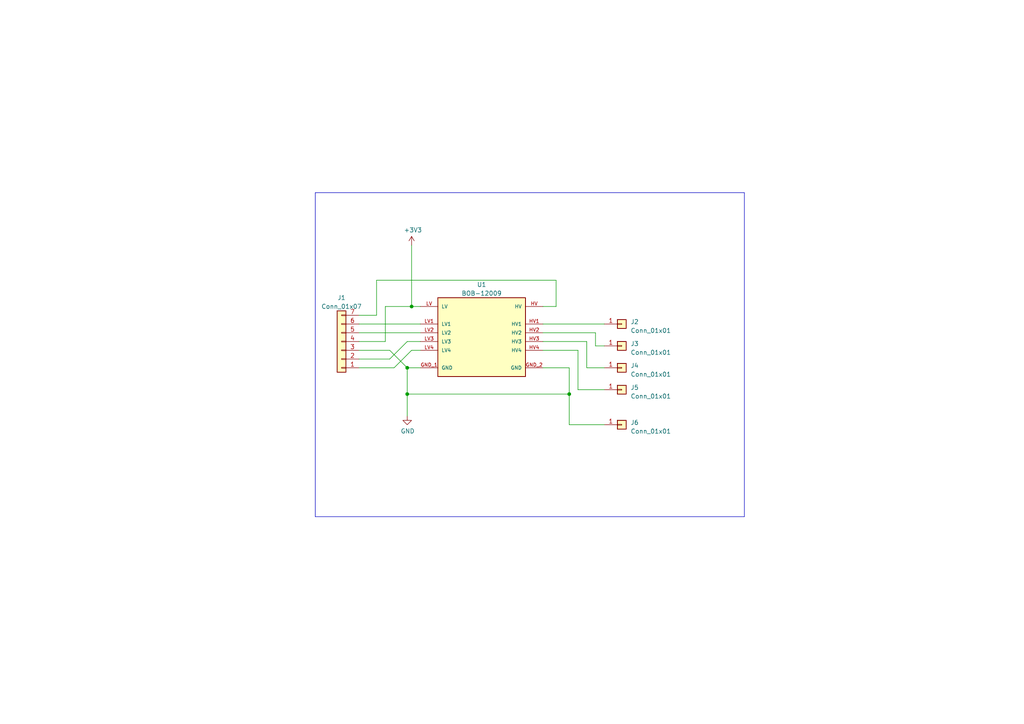
<source format=kicad_sch>
(kicad_sch (version 20230121) (generator eeschema)
  (paper "A4")
  (lib_symbols
    (symbol "BOB12009:BOB-12009" (pin_names (offset 1.016))
      (property "Reference" "U" (at -12.7 11.43 0))
      (property "Value" "BOB-12009" (at -12.7 -15.24 0))
      (symbol "BOB-12009_0_0"
        (rectangle (start -12.7 -12.7) (end 12.7 10.16) (stroke (width 0.254)) (fill (type background)))
        (pin power_in line (at -17.78 -10.16 0) (length 5.08) (name "GND") (number "GND_1"))
        (pin power_in line (at 17.78 -10.16 180) (length 5.08) (name "GND") (number "GND_2"))
        (pin bidirectional line (at 17.78 7.62 180) (length 5.08) (name "HV") (number "HV"))
        (pin bidirectional line (at 17.78 2.54 180) (length 5.08) (name "HV1") (number "HV1"))
        (pin bidirectional line (at 17.78 0 180) (length 5.08) (name "HV2") (number "HV2"))
        (pin bidirectional line (at 17.78 -2.54 180) (length 5.08) (name "HV3") (number "HV3"))
        (pin bidirectional line (at 17.78 -5.08 180) (length 5.08) (name "HV4") (number "HV4"))
        (pin bidirectional line (at -17.78 7.62 0) (length 5.08) (name "LV") (number "LV"))
        (pin bidirectional line (at -17.78 2.54 0) (length 5.08) (name "LV1") (number "LV1"))
        (pin bidirectional line (at -17.78 0 0) (length 5.08) (name "LV2") (number "LV2"))
        (pin bidirectional line (at -17.78 -2.54 0) (length 5.08) (name "LV3") (number "LV3"))
        (pin bidirectional line (at -17.78 -5.08 0) (length 5.08) (name "LV4") (number "LV4"))
      )
    )
    (symbol "Connector_Generic:Conn_01x01" (pin_names (offset 1.016) hide)
      (property "Reference" "J" (at 0 2.54 0))
      (property "Value" "Conn_01x01" (at 0 -2.54 0))
      (symbol "Conn_01x01_1_1"
        (rectangle (start -1.27 0.127) (end 0 -0.127) (stroke (width 0.1524)))
        (rectangle (start -1.27 1.27) (end 1.27 -1.27) (stroke (width 0.254)) (fill (type background)))
        (pin passive line (at -5.08 0 0) (length 3.81) (name "Pin_1") (number "1"))
      )
    )
    (symbol "Connector_Generic:Conn_01x07" (pin_names (offset 1.016) hide)
      (property "Reference" "J" (at 0 10.16 0))
      (property "Value" "Conn_01x07" (at 0 -10.16 0))
      (symbol "Conn_01x07_1_1"
        (rectangle (start -1.27 -7.493) (end 0 -7.747) (stroke (width 0.1524)))
        (rectangle (start -1.27 -4.953) (end 0 -5.207) (stroke (width 0.1524)))
        (rectangle (start -1.27 -2.413) (end 0 -2.667) (stroke (width 0.1524)))
        (rectangle (start -1.27 0.127) (end 0 -0.127) (stroke (width 0.1524)))
        (rectangle (start -1.27 2.667) (end 0 2.413) (stroke (width 0.1524)))
        (rectangle (start -1.27 5.207) (end 0 4.953) (stroke (width 0.1524)))
        (rectangle (start -1.27 7.747) (end 0 7.493) (stroke (width 0.1524)))
        (rectangle (start -1.27 8.89) (end 1.27 -8.89) (stroke (width 0.254)) (fill (type background)))
        (pin passive line (at -5.08 7.62 0) (length 3.81) (name "Pin_1") (number "1"))
        (pin passive line (at -5.08 5.08 0) (length 3.81) (name "Pin_2") (number "2"))
        (pin passive line (at -5.08 2.54 0) (length 3.81) (name "Pin_3") (number "3"))
        (pin passive line (at -5.08 0 0) (length 3.81) (name "Pin_4") (number "4"))
        (pin passive line (at -5.08 -2.54 0) (length 3.81) (name "Pin_5") (number "5"))
        (pin passive line (at -5.08 -5.08 0) (length 3.81) (name "Pin_6") (number "6"))
        (pin passive line (at -5.08 -7.62 0) (length 3.81) (name "Pin_7") (number "7"))
      )
    )
    (symbol "blinds_motor_driver-rescue:+3.3V-power" (power) (pin_names (offset 0))
      (property "Value" "+3.3V-power" (at 0 3.556 0))
      (symbol "+3.3V-power_0_1"
        (polyline (pts (xy -0.762 1.27) (xy 0 2.54)))
        (polyline (pts (xy 0 0) (xy 0 2.54)))
        (polyline (pts (xy 0 2.54) (xy 0.762 1.27)))
      )
      (symbol "+3.3V-power_1_1"
        (pin power_in line (at 0 0 90) (length 0) hide (name "+3V3") (number "1"))
      )
    )
    (symbol "power:GND" (power) (pin_names (offset 0))
      (property "Value" "GND" (at 0 -3.81 0))
      (symbol "GND_0_1"
        (polyline (pts (xy 0 0) (xy 0 -1.27) (xy 1.27 -1.27) (xy 0 -2.54) (xy -1.27 -1.27) (xy 0 -1.27)))
      )
      (symbol "GND_1_1"
        (pin power_in line (at 0 0 270) (length 0) hide (name "GND") (number "1"))
      )
    )
  )
  (junction (at 165.1 114.3))
  (junction (at 118.11 106.68))
  (junction (at 118.11 114.3))
  (junction (at 119.38 88.9))
  (wire (pts (xy 118.11 106.68) (xy 121.92 106.68)))
  (wire (pts (xy 113.03 104.14) (xy 118.11 99.06)))
  (wire (pts (xy 118.11 99.06) (xy 121.92 99.06)))
  (wire (pts (xy 111.76 88.9) (xy 111.76 99.06)))
  (wire (pts (xy 167.64 113.03) (xy 175.26 113.03)))
  (wire (pts (xy 109.22 81.28) (xy 161.29 81.28)))
  (wire (pts (xy 165.1 123.19) (xy 175.26 123.19)))
  (polyline (pts (xy 91.44 55.88) (xy 91.44 149.86)))
  (wire (pts (xy 118.11 114.3) (xy 118.11 120.65)))
  (wire (pts (xy 119.38 71.12) (xy 119.38 88.9)))
  (wire (pts (xy 167.64 101.6) (xy 167.64 113.03)))
  (wire (pts (xy 109.22 81.28) (xy 109.22 91.44)))
  (wire (pts (xy 157.48 101.6) (xy 167.64 101.6)))
  (wire (pts (xy 172.72 100.33) (xy 175.26 100.33)))
  (wire (pts (xy 118.11 114.3) (xy 165.1 114.3)))
  (wire (pts (xy 104.14 96.52) (xy 121.92 96.52)))
  (wire (pts (xy 111.76 88.9) (xy 119.38 88.9)))
  (wire (pts (xy 170.18 106.68) (xy 175.26 106.68)))
  (wire (pts (xy 113.03 101.6) (xy 118.11 106.68)))
  (wire (pts (xy 104.14 101.6) (xy 113.03 101.6)))
  (wire (pts (xy 161.29 81.28) (xy 161.29 88.9)))
  (wire (pts (xy 157.48 88.9) (xy 161.29 88.9)))
  (wire (pts (xy 172.72 96.52) (xy 172.72 100.33)))
  (wire (pts (xy 157.48 96.52) (xy 172.72 96.52)))
  (wire (pts (xy 119.38 101.6) (xy 121.92 101.6)))
  (polyline (pts (xy 91.44 149.86) (xy 215.9 149.86)))
  (wire (pts (xy 157.48 99.06) (xy 170.18 99.06)))
  (wire (pts (xy 104.14 104.14) (xy 113.03 104.14)))
  (wire (pts (xy 104.14 93.98) (xy 121.92 93.98)))
  (wire (pts (xy 165.1 114.3) (xy 165.1 123.19)))
  (wire (pts (xy 119.38 88.9) (xy 121.92 88.9)))
  (wire (pts (xy 170.18 99.06) (xy 170.18 106.68)))
  (wire (pts (xy 114.3 106.68) (xy 119.38 101.6)))
  (wire (pts (xy 165.1 106.68) (xy 165.1 114.3)))
  (wire (pts (xy 104.14 91.44) (xy 109.22 91.44)))
  (wire (pts (xy 157.48 93.98) (xy 175.26 93.98)))
  (wire (pts (xy 104.14 99.06) (xy 111.76 99.06)))
  (polyline (pts (xy 215.9 149.86) (xy 215.9 55.88)))
  (polyline (pts (xy 215.9 55.88) (xy 91.44 55.88)))
  (wire (pts (xy 118.11 106.68) (xy 118.11 114.3)))
  (wire (pts (xy 157.48 106.68) (xy 165.1 106.68)))
  (wire (pts (xy 104.14 106.68) (xy 114.3 106.68)))
  (symbol (lib_id "blinds_motor_driver-rescue:+3.3V-power") (at 119.38 71.12 0) (unit 1)
    (property "Reference" "#PWR04" (effects hide))
    (property "Value" "+3.3V" (at 119.761 66.7258 0))
  )
  (symbol (lib_id "power:GND") (at 118.11 120.65 0) (unit 1)
    (property "Reference" "#PWR06" (effects hide))
    (property "Value" "GND" (at 118.237 125.0442 0))
  )
  (symbol (lib_id "Connector_Generic:Conn_01x07") (at 99.06 99.06 180) (unit 1)
    (property "Reference" "J1" (at 99.06 86.36 0))
    (property "Value" "Conn_01x07" (at 99.06 88.9 0))
    (property "Footprint" "Connector_PinHeader_2.54mm:PinHeader_1x07_P2.54mm_Horizontal" (effects hide))
  )
  (symbol (lib_id "Connector_Generic:Conn_01x01") (at 180.34 106.68 0) (unit 1)
    (property "Reference" "J4" (at 182.88 106.045 0) (effects (justify left)))
    (property "Value" "Conn_01x01" (at 182.88 108.585 0) (effects (justify left)))
    (property "Footprint" "GPIO_footprints:Pad_for_BNC" (effects hide))
  )
  (symbol (lib_id "Connector_Generic:Conn_01x01") (at 180.34 93.98 0) (unit 1)
    (property "Reference" "J2" (at 182.88 93.345 0) (effects (justify left)))
    (property "Value" "Conn_01x01" (at 182.88 95.885 0) (effects (justify left)))
    (property "Footprint" "GPIO_footprints:Pad_for_BNC" (effects hide))
  )
  (symbol (lib_id "Connector_Generic:Conn_01x01") (at 180.34 123.19 0) (unit 1)
    (property "Reference" "J6" (at 182.88 122.555 0) (effects (justify left)))
    (property "Value" "Conn_01x01" (at 182.88 125.095 0) (effects (justify left)))
    (property "Footprint" "Connector_PinHeader_1.00mm:PinHeader_1x01_P1.00mm_Vertical" (effects hide))
  )
  (symbol (lib_id "BOB12009:BOB-12009") (at 139.7 96.52 0) (unit 1)
    (property "Reference" "U1" (at 139.7 82.55 0))
    (property "Value" "BOB-12009" (at 139.7 85.09 0))
    (property "Footprint" "GPIO_footprints:CONV_BOB-12009" (effects hide))
    (property "MF" "SparkFun" (effects hide))
    (property "MAXIMUM_PACKAGE_HEIGHT" "N/A" (effects hide))
    (property "Package" "None" (effects hide))
    (property "Price" "None" (effects hide))
    (property "Check_prices" "https://www.snapeda.com/parts/BOB-12009/SparkFun+Electronics/view-part/?ref=eda" (effects hide))
    (property "STANDARD" "Manufacturer Recommendations" (effects hide))
    (property "PARTREV" "01" (effects hide))
    (property "SnapEDA_Link" "https://www.snapeda.com/parts/BOB-12009/SparkFun+Electronics/view-part/?ref=snap" (effects hide))
    (property "MP" "BOB-12009" (effects hide))
    (property "Description" "\nBSS138 - Logic-Level Translator Interface Evaluation Board\n" (effects hide))
    (property "Availability" "In Stock" (effects hide))
    (property "MANUFACTURER" "SparkFun Electronics" (effects hide))
  )
  (symbol (lib_id "Connector_Generic:Conn_01x01") (at 180.34 100.33 0) (unit 1)
    (property "Reference" "J3" (at 182.88 99.695 0) (effects (justify left)))
    (property "Value" "Conn_01x01" (at 182.88 102.235 0) (effects (justify left)))
    (property "Footprint" "GPIO_footprints:Pad_for_BNC" (effects hide))
  )
  (symbol (lib_id "Connector_Generic:Conn_01x01") (at 180.34 113.03 0) (unit 1)
    (property "Reference" "J5" (at 182.88 112.395 0) (effects (justify left)))
    (property "Value" "Conn_01x01" (at 182.88 114.935 0) (effects (justify left)))
    (property "Footprint" "GPIO_footprints:Pad_for_BNC" (effects hide))
  )
)
</source>
